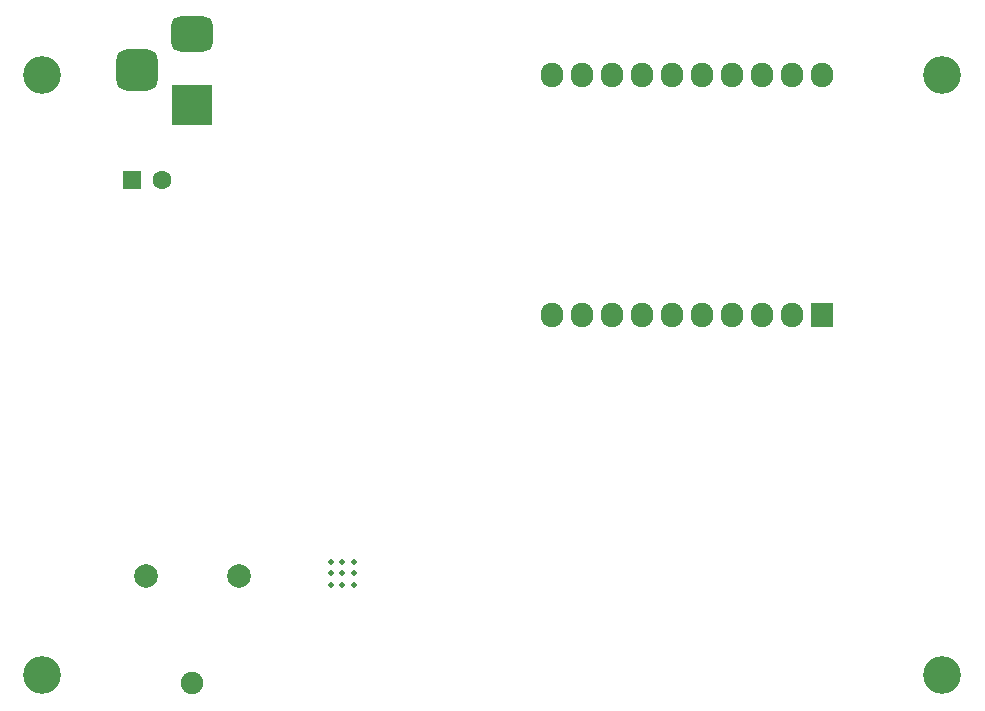
<source format=gbr>
%TF.GenerationSoftware,KiCad,Pcbnew,6.0.4+dfsg-1+b1*%
%TF.CreationDate,2022-04-22T12:30:22-05:00*%
%TF.ProjectId,mqtt-thermocouple,6d717474-2d74-4686-9572-6d6f636f7570,B*%
%TF.SameCoordinates,Original*%
%TF.FileFunction,Soldermask,Bot*%
%TF.FilePolarity,Negative*%
%FSLAX46Y46*%
G04 Gerber Fmt 4.6, Leading zero omitted, Abs format (unit mm)*
G04 Created by KiCad (PCBNEW 6.0.4+dfsg-1+b1) date 2022-04-22 12:30:22*
%MOMM*%
%LPD*%
G01*
G04 APERTURE LIST*
G04 Aperture macros list*
%AMRoundRect*
0 Rectangle with rounded corners*
0 $1 Rounding radius*
0 $2 $3 $4 $5 $6 $7 $8 $9 X,Y pos of 4 corners*
0 Add a 4 corners polygon primitive as box body*
4,1,4,$2,$3,$4,$5,$6,$7,$8,$9,$2,$3,0*
0 Add four circle primitives for the rounded corners*
1,1,$1+$1,$2,$3*
1,1,$1+$1,$4,$5*
1,1,$1+$1,$6,$7*
1,1,$1+$1,$8,$9*
0 Add four rect primitives between the rounded corners*
20,1,$1+$1,$2,$3,$4,$5,0*
20,1,$1+$1,$4,$5,$6,$7,0*
20,1,$1+$1,$6,$7,$8,$9,0*
20,1,$1+$1,$8,$9,$2,$3,0*%
G04 Aperture macros list end*
%ADD10C,3.200000*%
%ADD11R,3.500000X3.500000*%
%ADD12RoundRect,0.750000X-1.000000X0.750000X-1.000000X-0.750000X1.000000X-0.750000X1.000000X0.750000X0*%
%ADD13RoundRect,0.875000X-0.875000X0.875000X-0.875000X-0.875000X0.875000X-0.875000X0.875000X0.875000X0*%
%ADD14R,1.600000X1.600000*%
%ADD15C,1.600000*%
%ADD16C,0.500000*%
%ADD17C,1.905000*%
%ADD18C,2.000000*%
%ADD19R,1.900000X2.100000*%
%ADD20O,1.900000X2.100000*%
G04 APERTURE END LIST*
D10*
%TO.C,REF\u002A\u002A*%
X50800000Y-50800000D03*
%TD*%
%TO.C,REF\u002A\u002A*%
X127000000Y-50800000D03*
%TD*%
D11*
%TO.C,J1*%
X63500000Y-53340000D03*
D12*
X63500000Y-47340000D03*
D13*
X58800000Y-50340000D03*
%TD*%
D14*
%TO.C,C1*%
X58420000Y-59690000D03*
D15*
X60920000Y-59690000D03*
%TD*%
D16*
%TO.C,U1*%
X75200000Y-91980000D03*
X76200000Y-91980000D03*
X77200000Y-91980000D03*
X75200000Y-92980000D03*
X76200000Y-92980000D03*
X77200000Y-92980000D03*
X75200000Y-93980000D03*
X76200000Y-93980000D03*
X77200000Y-93980000D03*
%TD*%
D17*
%TO.C,TC1*%
X63500000Y-102235000D03*
D18*
X67449700Y-93218000D03*
X59550300Y-93218000D03*
%TD*%
D10*
%TO.C,REF\u002A\u002A*%
X127000000Y-101600000D03*
%TD*%
%TO.C,REF\u002A\u002A*%
X50800000Y-101600000D03*
%TD*%
D19*
%TO.C,A1*%
X116840000Y-71120000D03*
D20*
X114300000Y-71120000D03*
X111760000Y-71120000D03*
X109220000Y-71120000D03*
X106680000Y-71120000D03*
X104140000Y-71120000D03*
X101600000Y-71120000D03*
X99060000Y-71120000D03*
X96520000Y-71120000D03*
X93980000Y-71120000D03*
X93980000Y-50800000D03*
X96520000Y-50800000D03*
X99060000Y-50800000D03*
X101600000Y-50800000D03*
X104140000Y-50800000D03*
X106680000Y-50800000D03*
X109220000Y-50800000D03*
X111760000Y-50800000D03*
X114300000Y-50800000D03*
X116840000Y-50800000D03*
%TD*%
M02*

</source>
